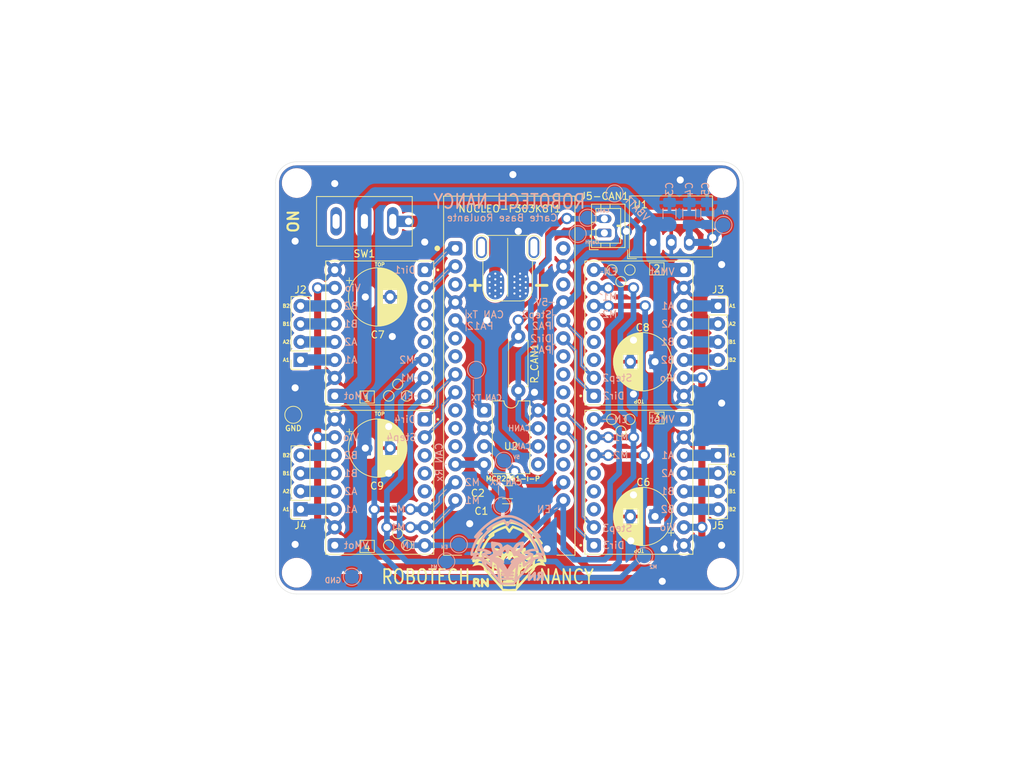
<source format=kicad_pcb>
(kicad_pcb (version 20211014) (generator pcbnew)
  (layers (0 "F.Cu" signal) (31 "B.Cu" signal) (34 "B.Paste" user) (35 "F.Paste" user) (36 "B.SilkS" user "B.Silkscreen") (37 "F.SilkS" user "F.Silkscreen") (38 "B.Mask" user) (39 "F.Mask" user) (44 "Edge.Cuts" user))
  (net 0 "")
  (net 1 "+BATT")
  (net 2 "GND")
  (net 3 "M2")
  (net 4 "M1")
  (net 5 "EN")
  (net 6 "CAN_Rx")
  (net 7 "CAN_Tx")
  (net 8 "+5V")
  (net 9 "Vio")
  (net 10 "Dir2")
  (net 11 "Dir1")
  (net 12 "Dir0")
  (net 13 "Stp3")
  (net 14 "Stp2")
  (net 15 "Stp1")
  (net 16 "Stp0")
  (net 17 "Dir3")
  (net 18 "Net-(J1-Pad1)")
  (net 19 "Net-(Driver1-Pad3)")
  (net 20 "Net-(Driver1-Pad4)")
  (net 21 "Net-(Driver1-Pad5)")
  (net 22 "Net-(Driver1-Pad6)")
  (net 23 "Net-(Driver2-Pad3)")
  (net 24 "Net-(Driver2-Pad4)")
  (net 25 "Net-(Driver2-Pad5)")
  (net 26 "Net-(Driver2-Pad6)")
  (net 27 "Net-(Driver3-Pad3)")
  (net 28 "Net-(Driver3-Pad5)")
  (net 29 "Net-(Driver4-Pad3)")
  (net 30 "Net-(Driver4-Pad4)")
  (net 31 "Net-(Driver4-Pad5)")
  (net 32 "Net-(Driver4-Pad6)")
  (net 54 "Net-(Driver3-Pad4)")
  (net 55 "Net-(Driver3-Pad6)")
  (net 62 "Net-(J5-CAN1-Pad1)")
  (net 63 "Net-(J5-CAN1-Pad2)")
  (footprint "NUCLEO-F303K8:MODULE_NUCLEO-F303K8" (layer "F.Cu") (at 111.2515 93.726)
    (fp_text reference "NUCLEO-F303K8T1")
    (fp_text value "NUCLEO-F303K8")
  )
  (footprint "Connector_PinSocket_2.54mm:PinSocket_1x04_P2.54mm_Vertical" (layer "F.Cu") (at 81.788 91.694 180)
    (fp_text reference "J2")
    (fp_text value "Conn_01x04_Female")
  )
  (footprint "Connector_PinSocket_2.54mm:PinSocket_1x04_P2.54mm_Vertical" (layer "F.Cu") (at 140.716 84.074)
    (fp_text reference "J3")
    (fp_text value "Conn_01x04_Female")
  )
  (footprint "Connector_PinSocket_2.54mm:PinSocket_1x04_P2.54mm_Vertical" (layer "F.Cu") (at 140.716 105.156)
    (fp_text reference "J5")
    (fp_text value "Conn_01x04_Female")
  )
  (footprint "Connector_PinSocket_2.54mm:PinSocket_1x04_P2.54mm_Vertical" (layer "F.Cu") (at 81.788 112.776 180)
    (fp_text reference "J4")
    (fp_text value "Conn_01x04_Female")
  )
  (footprint "Autre:MODULE_TMC2208_SILENTSTEPSTICK" (layer "F.Cu") (at 92.964 87.884)
    (fp_text reference "Driver1" hide)
    (fp_text value "TMC2208")
  )
  (footprint "Autre:MODULE_TMC2208_SILENTSTEPSTICK" (layer "F.Cu") (at 129.54 87.884 180)
    (fp_text reference "Driver2" hide)
    (fp_text value "TMC2208")
  )
  (footprint "Autre:MODULE_TMC2208_SILENTSTEPSTICK" (layer "F.Cu") (at 129.54 108.966 180)
    (fp_text reference "Driver4" hide)
    (fp_text value "TMC2208")
  )
  (footprint "Autre:MODULE_TMC2208_SILENTSTEPSTICK" (layer "F.Cu") (at 92.964 108.966)
    (fp_text reference "Driver3" hide)
    (fp_text value "TMC2208")
  )
  (footprint "Converter_DCDC:Converter_DCDC_RECOM_R-78E-0.5_THT" (layer "F.Cu") (at 131.5715 75.1055)
    (fp_text reference "U1")
    (fp_text value "R-78E5.0-0.5")
  )
  (footprint "Connecteurs:Switch_3_Pin" (layer "F.Cu") (at 90.8045 72.136 180)
    (fp_text reference "SW1")
    (fp_text value "SW_Push_SPDT")
  )
  (footprint "Connecteurs:Alim_Cablée_2_fils" (layer "F.Cu") (at 111.0255 81.115301)
    (fp_text reference "J1" hide)
    (fp_text value "Conn_01x04_Male")
  )
  (footprint "MountingHole:MountingHole_2.2mm_M2_ISO7380" (layer "F.Cu") (at 81.2515 66.726)
    (fp_text reference "H2" hide)
    (fp_text value "MountingHole")
  )
  (footprint "MountingHole:MountingHole_2.2mm_M2_ISO7380" (layer "F.Cu") (at 141.2515 66.726)
    (fp_text reference "H1" hide)
    (fp_text value "MountingHole")
  )
  (footprint "MountingHole:MountingHole_2.2mm_M2_ISO7380" (layer "F.Cu") (at 141.2515 121.726)
    (fp_text reference "H4" hide)
    (fp_text value "MountingHole")
  )
  (footprint "MountingHole:MountingHole_2.2mm_M2_ISO7380" (layer "F.Cu") (at 81.2515 121.726)
    (fp_text reference "H3" hide)
    (fp_text value "MountingHole")
  )
  (footprint "Logos:logoRobotechNancy10x10" (layer "F.Cu") (at 111.2515 119.253)
    (fp_text reference "G***" hide)
    (fp_text value "LOGO" hide)
  )
  (footprint "Resistor_THT:R_Axial_DIN0207_L6.3mm_D2.5mm_P7.62mm_Horizontal" (layer "F.Cu") (at 112.5215 96.012 90)
    (fp_text reference "R_CAN1")
    (fp_text value "R")
  )
  (footprint "Capacitor_THT:CP_Radial_D8.0mm_P3.50mm" (layer "F.Cu") (at 131.8255 91.948 180)
    (fp_text reference "C8")
    (fp_text value "220 à 1000 µF")
  )
  (footprint "Capacitor_THT:CP_Radial_D8.0mm_P3.50mm" (layer "F.Cu") (at 131.8255 113.792 180)
    (fp_text reference "C6")
    (fp_text value "220 à 1000 µF")
  )
  (footprint "Capacitor_THT:CP_Radial_D8.0mm_P3.50mm" (layer "F.Cu") (at 90.9315 104.14)
    (fp_text reference "C9")
    (fp_text value "220 à 1000 µF")
  )
  (footprint "TestPoint:TestPoint_Pad_D2.0mm" (layer "F.Cu") (at 80.7715 99.441)
    (fp_text reference "TP11" hide)
    (fp_text value "TestPoint")
  )
  (footprint "Capacitor_SMD:C_1206_3216Metric_Pad1.33x1.80mm_HandSolder" (layer "F.Cu") (at 110.9975 110.363 180)
    (fp_text reference "C2")
    (fp_text value "100pF")
  )
  (footprint "Connector_JST:JST_PH_B2B-PH-K_1x02_P2.00mm_Vertical" (layer "F.Cu") (at 124.6715 73.771 90)
    (fp_text reference "J5-CAN1")
    (fp_text value "Conn_01x02_Female")
  )
  (footprint "Capacitor_THT:CP_Radial_D8.0mm_P3.50mm" (layer "F.Cu") (at 90.9315 82.804)
    (fp_text reference "C7")
    (fp_text value "220 à 1000 µF")
  )
  (footprint "Package_DIP:DIP-8_W7.62mm" (layer "F.Cu") (at 107.6955 98.806)
    (fp_text reference "U2")
    (fp_text value "MCP2551-I-P")
  )
  (footprint "Capacitor_SMD:C_1206_3216Metric_Pad1.33x1.80mm_HandSolder" (layer "F.Cu") (at 110.9975 112.903 180)
    (fp_text reference "C1")
    (fp_text value "100nF")
  )
  (footprint "Logos:logoRobotechNancy10x10" (layer "B.Cu") (at 110.9975 118.364 180)
    (fp_text reference "G***" hide)
    (fp_text value "LOGO" hide)
  )
  (footprint "TestPoint:TestPoint_Pad_D2.0mm" (layer "B.Cu") (at 106.5525 93.091 180)
    (fp_text reference "TP5" hide)
    (fp_text value "TestPoint")
  )
  (footprint "TestPoint:TestPoint_Pad_D2.0mm" (layer "B.Cu") (at 104.1395 117.729 180)
    (fp_text reference "TP9" hide)
    (fp_text value "TestPoint")
  )
  (footprint "TestPoint:TestPoint_Pad_D2.0mm" (layer "B.Cu") (at 130.3015 119.38 180)
    (fp_text reference "TP7" hide)
    (fp_text value "TestPoint")
  )
  (footprint "Capacitor_SMD:C_1206_3216Metric_Pad1.33x1.80mm_HandSolder" (layer "B.Cu") (at 136.6515 71.0315 90)
    (fp_text reference "C4")
    (fp_text value "10u")
  )
  (footprint "TestPoint:TestPoint_Pad_D2.0mm" (layer "B.Cu") (at 102.3615 120.142 180)
    (fp_text reference "TP8" hide)
    (fp_text value "TestPoint")
  )
  (footprint "Capacitor_SMD:C_1206_3216Metric_Pad1.33x1.80mm_HandSolder" (layer "B.Cu") (at 139.1915 71.0315 90)
    (fp_text reference "C5")
    (fp_text value "100n")
  )
  (footprint "TestPoint:TestPoint_Pad_D2.0mm" (layer "B.Cu") (at 110.4895 105.918 180)
    (fp_text reference "REF**" hide)
    (fp_text value "TestPoint_Pad_D2.0mm")
  )
  (footprint "TestPoint:TestPoint_Pad_D2.0mm" (layer "B.Cu") (at 89.0265 122.301 180)
    (fp_text reference "TP10" hide)
    (fp_text value "TestPoint")
  )
  (footprint "TestPoint:TestPoint_Pad_D2.0mm" (layer "B.Cu") (at 126.1105 68.199 180)
    (fp_text reference "TP2" hide)
    (fp_text value "TestPoint")
  )
  (footprint "TestPoint:TestPoint_Pad_D2.0mm" (layer "B.Cu") (at 141.4775 72.644 180)
    (fp_text reference "TP1" hide)
    (fp_text value "TestPoint")
  )
  (footprint "TestPoint:TestPoint_Pad_D2.0mm" (layer "B.Cu") (at 120.9035 73.914 -90)
    (fp_text reference "TP3" hide)
    (fp_text value "TestPoint")
  )
  (footprint "TestPoint:TestPoint_Pad_D2.0mm" (layer "B.Cu") (at 110.2355 112.268 180)
    (fp_text reference "TP6" hide)
    (fp_text value "TestPoint")
  )
  (footprint "TestPoint:TestPoint_Pad_D2.0mm" (layer "B.Cu") (at 122.3005 71.628 -90)
    (fp_text reference "TP4" hide)
    (fp_text value "TestPoint")
  )
  (footprint "Capacitor_SMD:C_1206_3216Metric_Pad1.33x1.80mm_HandSolder" (layer "B.Cu") (at 133.8575 71.0315 90)
    (fp_text reference "C3")
    (fp_text value "10u")
  )
  (gr_line (start 98.18456 94.232537) (end 97.8403 94.234) (layer "B.SilkS") (width 0.12))
  (gr_line (start 98.170212 96.7721) (end 97.7895 96.774) (layer "B.SilkS") (width 0.12))
  (gr_line (start 121.6655 101.473) (end 121.6655 113.792) (layer "B.SilkS") (width 0.12))
  (gr_line (start 101.0915 96.266) (end 102.6155 94.742) (layer "B.SilkS") (width 0.12))
  (gr_line (start 121.4115 88.646) (end 119.8875 87.122) (layer "B.SilkS") (width 0.12))
  (gr_line (start 119.8875 89.662) (end 120.6495 90.424) (layer "B.SilkS") (width 0.12))
  (gr_line (start 106.1715 97.663) (end 106.5525 98.044) (layer "B.SilkS") (width 0.12))
  (gr_line (start 105.1555 84.6074) (end 105.1555 87.6046) (layer "B.SilkS") (width 0.12))
  (gr_line (start 121.6655 113.792) (end 122.1735 114.3) (layer "B.SilkS") (width 0.12))
  (gr_line (start 102.3615 109.982) (end 101.3455 110.998) (layer "B.SilkS") (width 0.12))
  (gr_line (start 109.7275 110.744) (end 109.7275 109.474) (layer "B.SilkS") (width 0.12))
  (gr_line (start 109.2195 108.204) (end 108.2035 107.442) (layer "B.SilkS") (width 0.12))
  (gr_line (start 117.3475 88.0364) (end 117.3475 90.932) (layer "B.SilkS") (width 0.12))
  (gr_line (start 100.3295 101.6) (end 101.8535 100.076) (layer "B.SilkS") (width 0.12))
  (gr_line (start 102.1075 106.426) (end 102.3615 106.426) (layer "B.SilkS") (width 0.12))
  (gr_line (start 102.8695 112.776) (end 100.8375 114.808) (layer "B.SilkS") (width 0.12))
  (gr_line (start 119.8875 99.695) (end 121.6655 101.473) (layer "B.SilkS") (width 0.12))
  (gr_line (start 125.9835 105.156) (end 124.4595 105.156) (layer "B.SilkS") (width 0.12))
  (gr_line (start 120.6495 115.316) (end 120.6495 103.251) (layer "B.SilkS") (width 0.12))
  (gr_line (start 122.1735 93.218) (end 121.4115 92.456) (layer "B.SilkS") (width 0.12))
  (gr_line (start 116.8395 83.566) (end 117.6015 83.566) (layer "B.SilkS") (width 0.12))
  (gr_line (start 124.4595 79.248) (end 124.2309 79.248) (layer "B.SilkS") (width 0.12))
  (gr_line (start 101.8535 100.076) (end 101.8535 98.044) (layer "B.SilkS") (width 0.12))
  (gr_line (start 120.6495 90.424) (end 120.6495 94.234) (layer "B.SilkS") (width 0.12))
  (gr_line (start 106.1715 94.488) (end 106.1715 96.266) (layer "B.SilkS") (width 0.12))
  (gr_line (start 120.6495 103.251) (end 119.8875 102.362) (layer "B.SilkS") (width 0.12))
  (gr_line (start 101.3455 111.76) (end 100.5835 112.522) (layer "B.SilkS") (width 0.12))
  (gr_line (start 101.8535 98.044) (end 102.6155 97.282) (layer "B.SilkS") (width 0.12))
  (gr_line (start 121.4115 92.456) (end 121.4115 88.646) (layer "B.SilkS") (width 0.12))
  (gr_line (start 98.0435 91.694) (end 97.7895 91.694) (layer "B.SilkS") (width 0.12))
  (gr_line (start 117.3475 87.2744) (end 117.3475 84.5312) (layer "B.SilkS") (width 0.12))
  (gr_line (start 101.3455 110.998) (end 101.3455 111.76) (layer "B.SilkS") (width 0.12))
  (gr_line (start 117.3475 85.344) (end 117.8555 85.344) (layer "B.SilkS") (width 0.12))
  (gr_line (start 102.6155 78.994) (end 100.5835 81.026) (layer "B.SilkS") (width 0.12))
  (gr_line (start 125.9835 102.616) (end 124.4595 102.616) (layer "B.SilkS") (width 0.12))
  (gr_line (start 102.3615 76.454) (end 100.5835 78.232) (layer "B.SilkS") (width 0.12))
  (gr_line (start 124.4595 85.344) (end 123.9515 85.09) (layer "B.SilkS") (width 0.12))
  (gr_line (start 125.9835 100.076) (end 124.4595 100.076) (layer "B.SilkS") (width 0.12))
  (gr_line (start 121.9195 116.586) (end 120.6495 115.316) (layer "B.SilkS") (width 0.12))
  (gr_line (start 124.3579 82.4992) (end 124.0023 82.296) (layer "B.SilkS") (width 0.12))
  (gr_line (start 100.3295 99.06) (end 101.0915 98.298) (layer "B.SilkS") (width 0.12))
  (gr_line (start 101.0915 98.298) (end 101.0915 96.266) (layer "B.SilkS") (width 0.12))
  (gr_line (start 120.6495 94.234) (end 122.1735 95.758) (layer "B.SilkS") (width 0.12))
  (gr_line (start 117.3475 89.4842) (end 117.8047 89.4842) (layer "B.SilkS") (width 0.12))
  (gr_line (start 118.0079 112.5728) (end 117.6015 112.776) (layer "B.SilkS") (width 0.12))
  (gr_line (start 133.0955 100.711) (end 133.0955 99.06) (layer "F.SilkS") (width 0.12))
  (gr_line (start 131.0635 99.06) (end 133.0955 99.06) (layer "F.SilkS") (width 0.12))
  (gr_line (start 90.1695 96.0755) (end 90.1695 97.79) (layer "F.SilkS") (width 0.12))
  (gr_line (start 90.1695 117.1575) (end 92.2015 117.1575) (layer "F.SilkS") (width 0.12))
  (gr_line (start 92.2015 97.79) (end 92.2015 96.0755) (layer "F.SilkS") (width 0.12))
  (gr_line (start 131.0635 100.711) (end 133.0955 100.711) (layer "F.SilkS") (width 0.12))
  (gr_line (start 90.1695 117.1575) (end 90.1695 118.872) (layer "F.SilkS") (width 0.12))
  (gr_line (start 90.1695 96.0755) (end 92.2015 96.0755) (layer "F.SilkS") (width 0.12))
  (gr_line (start 131.0635 77.978) (end 131.0635 79.6925) (layer "F.SilkS") (width 0.12))
  (gr_line (start 92.2015 118.872) (end 90.1695 118.872) (layer "F.SilkS") (width 0.12))
  (gr_line (start 131.0635 99.06) (end 131.0635 100.711) (layer "F.SilkS") (width 0.12))
  (gr_line (start 133.0955 79.6925) (end 133.0955 77.978) (layer "F.SilkS") (width 0.12))
  (gr_line (start 131.0635 77.978) (end 133.0955 77.978) (layer "F.SilkS") (width 0.12))
  (gr_line (start 131.0635 79.6925) (end 133.0955 79.6925) (layer "F.SilkS") (width 0.12))
  (gr_line (start 92.2015 118.872) (end 92.2015 117.1575) (layer "F.SilkS") (width 0.12))
  (gr_line (start 92.2015 97.79) (end 90.1695 97.79) (layer "F.SilkS") (width 0.12))
  (gr_line (start 78.2515 121.726) (end 78.2515 66.726) (layer "Edge.Cuts") (width 0.05))
  (gr_line (start 81.2515 124.726) (end 141.2515 124.726) (layer "Edge.Cuts") (width 0.05))
  (gr_line (start 144.2515 121.726) (end 144.2515 66.726) (layer "Edge.Cuts") (width 0.05))
  (gr_line (start 141.2515 63.726) (end 81.2515 63.726) (layer "Edge.Cuts") (width 0.05))
  (gr_arc (start 81.2515 124.726) (mid 79.13018 123.84732) (end 78.2515 121.726) (layer "Edge.Cuts") (width 0.05))
  (gr_arc (start 141.2515 63.726) (mid 143.37282 64.60468) (end 144.2515 66.726) (layer "Edge.Cuts") (width 0.05))
  (gr_arc (start 78.2515 66.726) (mid 79.13018 64.60468) (end 81.2515 63.726) (layer "Edge.Cuts") (width 0.05))
  (gr_arc (start 144.2515 121.726) (mid 143.37282 123.84732) (end 141.2515 124.726) (layer "Edge.Cuts") (width 0.05))
  (gr_text "B1" (at 133.6035 110.236) (layer "B.SilkS") (effects (font (size 1 1)) (justify mirror)))
  (gr_text "A1\n" (at 133.6035 105.156) (layer "B.SilkS") (effects (font (size 1 1)) (justify mirror)))
  (gr_text "A2" (at 133.6035 107.696) (layer "B.SilkS") (effects (font (size 1 1)) (justify mirror)))
  (gr_text "B2" (at 133.6035 112.776) (layer "B.SilkS") (effects (font (size 1 1)) (justify mirror)))
  (gr_text "A2" (at 88.8995 110.236) (layer "B.SilkS") (effects (font (size 1 1)) (justify mirror)))
  (gr_text "B2" (at 88.8995 105.156) (layer "B.SilkS") (effects (font (size 1 1)) (justify mirror)))
  (gr_text "B1" (at 88.8995 107.696) (layer "B.SilkS") (effects (font (size 1 1)) (justify mirror)))
  (gr_text "A1\n" (at 88.8995 112.776) (layer "B.SilkS") (effects (font (size 1 1)) (justify mirror)))
  (gr_text "A2" (at 88.8995 89.154) (layer "B.SilkS") (effects (font (size 1 1)) (justify mirror)))
  (gr_text "A1\n" (at 88.8995 91.694) (layer "B.SilkS") (effects (font (size 1 1)) (justify mirror)))
  (gr_text "B1" (at 88.8995 86.614) (layer "B.SilkS") (effects (font (size 1 1)) (justify mirror)))
  (gr_text "B2" (at 88.8995 84.074) (layer "B.SilkS") (effects (font (size 1 1)) (justify mirror)))
  (gr_text "M2" (at 95.5035 112.776) (layer "B.SilkS") (effects (font (size 1 1)) (justify mirror)))
  (gr_text "M1" (at 95.5035 115.316) (layer "B.SilkS") (effects (font (size 1 1)) (justify mirror)))
  (gr_text "EN" (at 97.0275 117.856) (layer "B.SilkS") (effects (font (size 1 1)) (justify mirror)))
  (gr_text "Vio" (at 89.1535 81.534) (layer "B.SilkS") (effects (font (size 1 1)) (justify mirror)))
  (gr_text "Vio" (at 133.6035 94.234) (layer "B.SilkS") (effects (font (size 1 1)) (justify mirror)))
  (gr_text "Vio" (at 133.6035 115.316) (layer "B.SilkS") (effects (font (size 1 1)) (justify mirror)))
  (gr_text "M2" (at 126.9995 105.156) (layer "B.SilkS") (effects (font (size 1 1)) (justify mirror)))
  (gr_text "M1" (at 126.9995 102.616) (layer "B.SilkS") (effects (font (size 1 1)) (justify mirror)))
  (gr_text "EN" (at 126.9995 100.076) (layer "B.SilkS") (effects (font (size 1 1)) (justify mirror)))
  (gr_text "M1" (at 125.4247 82.804) (layer "B.SilkS") (effects (font (size 1 1)) (justify mirror)))
  (gr_text "EN" (at 125.5263 79.248) (layer "B.SilkS") (effects (font (size 1 1)) (justify mirror)))
  (gr_text "M2" (at 125.4247 85.2424) (layer "B.SilkS") (effects (font (size 1 1)) (justify mirror)))
  (gr_text "VMot" (at 132.8415 100.076) (layer "B.SilkS") (effects (font (size 1 1)) (justify mirror)))
  (gr_text "VMot" (at 89.6615 117.856) (layer "B.SilkS") (effects (font (size 1 1)) (justify mirror)))
  (gr_text "VMot" (at 89.6615 96.774) (layer "B.SilkS") (effects (font (size 1 1)) (justify mirror)))
  (gr_text "Dir4" (at 96.5195 100.076) (layer "B.SilkS") (effects (font (size 1 1)) (justify mirror)))
  (gr_text "EN" (at 102.1075 118.11) (layer "B.SilkS") (effects (font (size 0.5 0.5) (thickness 0.125)) (justify mirror)))
  (gr_text "Step3" (at 126.4915 115.443) (layer "B.SilkS") (effects (font (size 1 1)) (justify mirror)))
  (gr_text "CAN TX" (at 105.7905 97.028) (layer "B.SilkS") (effects (font (size 0.8 0.8)) (justify right mirror)))
  (gr_text "5V" (at 141.7315 70.866) (layer "B.SilkS") (effects (font (size 0.5 0.5) (thickness 0.125)) (justify mirror)))
  (gr_text "M1" (at 100.5835 120.904) (layer "B.SilkS") (effects (font (size 0.5 0.5) (thickness 0.125)) (justify mirror)))
  (gr_text "Dir2\nPA7" (at 117.3475 89.4842) (layer "B.SilkS") (effects (font (size 1 1)) (justify left mirror)))
  (gr_text "B1" (at 133.6035 89.154) (layer "B.SilkS") (effects (font (size 1 1)) (justify mirror)))
  (gr_text "B2" (at 133.6035 91.694) (layer "B.SilkS") (effects (font (size 1 1)) (justify mirror)))
  (gr_text "5V" (at 116.8395 83.566) (layer "B.SilkS") (effects (font (size 1 1)) (justify left mirror)))
  (gr_text "EN" (at 96.7735 96.774) (layer "B.SilkS") (effects (font (size 1 1)) (justify mirror)))
  (gr_text "ROBOTECH NANCY" (at 111.2515 69.342) (layer "B.SilkS") (effects (font (size 2 1.6) (thickness 0.25)) (justify mirror)))
  (gr_text "CanH" (at 122.9355 75.057) (layer "B.SilkS") (effects (font (size 0.5 0.5) (thickness 0.125)) (justify mirror)))
  (gr_text "5V" (at 112.2675 105.41) (layer "B.SilkS") (effects (font (size 0.5 0.5) (thickness 0.125)) (justify mirror)))
  (gr_text "Dir1" (at 96.5195 78.994) (layer "B.SilkS") (effects (font (size 1 1)) (justify mirror)))
  (gr_text "Step4" (at 96.0115 102.616) (layer "B.SilkS") (effects (font (size 1 1)) (justify mirror)))
  (gr_text "M1" (at 104.9015 111.506) (layer "B.SilkS") (effects (font (size 1 1)) (justify right mirror)))
  (gr_text "M2" (at 104.9015 108.966) (layer "B.SilkS") (effects (font (size 1 1)) (justify right mirror)))
  (gr_text "EN" (at 115.0615 112.776) (layer "B.SilkS") (effects (font (size 1 1)) (justify right mirror)))
  (gr_text "Vio" (at 88.8995 102.616) (layer "B.SilkS") (effects (font (size 1 1)) (justify mirror)))
  (gr_text "Step2\n" (at 126.4915 94.234) (layer "B.SilkS") (effects (font (size 1 1)) (justify mirror)))
  (gr_text "A1\n" (at 133.6035 84.074) (layer "B.SilkS") (effects (font (size 1 1)) (justify mirror)))
  (gr_text "M2" (at 131.5715 120.904) (layer "B.SilkS") (effects (font (size 0.5 0.5) (thickness 0.125)) (justify mirror)))
  (gr_text "VMot" (at 132.8415 79.248) (layer "B.SilkS") (effects (font (size 1 1)) (justify mirror)))
  (gr_text "CanL" (at 124.4595 70.612) (layer "B.SilkS") (effects (font (size 0.5 0.5) (thickness 0.125)) (justify mirror)))
  (gr_text "CANH" (at 110.9975 101.346) (layer "B.SilkS") (effects (font (size 0.8 0.8)) (justify right mirror)))
  (gr_text "Dir3" (at 125.9835 117.856) (layer "B.SilkS") (effects (font (size 1 1)) (justify mirror)))
  (gr_text "M2" (at 96.7735 91.694) (layer "B.SilkS") (effects (font (size 1 1)) (justify mirror)))
  (gr_text "Carte Base Roulante" (at 110.2355 71.628) (layer "B.SilkS") (effects (font (size 1 1)) (justify mirror)))
  (gr_text "CAN Tx\nPA12" (at 105.1555 86.106) (layer "B.SilkS") (effects (font (size 1 1)) (justify right mirror)))
  (gr_text "CAN RX" (at 108.4575 108.966) (layer "B.SilkS") (effects (font (size 0.8 0.8)) (justify right mirror)))
  (gr_text "Step2\nPA2" (at 117.3475 86.106) (layer "B.SilkS") (effects (font (size 1 1)) (justify left mirror)))
  (gr_text "Dir2\n" (at 125.9835 96.774) (layer "B.SilkS") (effects (font (size 1 1)) (justify mirror)))
  (gr_text "CANL" (at 111.2515 103.886) (layer "B.SilkS") (effects (font (size 0.8 0.8)) (justify right mirror)))
  (gr_text "M1" (at 96.7735 94.234) (layer "B.SilkS") (effects (font (size 1 1)) (justify mirror)))
  (gr_text "GND\n" (at 86.3595 122.809) (layer "B.SilkS") (effects (font (size 0.75 0.75)) (justify mirror)))
  (gr_text "CAN_Rx" (at 101.3455 108.966 90) (layer "B.SilkS") (effects (font (size 1 1)) (justify right mirror)))
  (gr_text "VBATT" (at 129.2855 70.358 -45) (layer "B.SilkS") (effects (font (size 1 1)) (justify mirror)))
  (gr_text "A2" (at 133.6035 86.614) (layer "B.SilkS") (effects (font (size 1 1)) (justify mirror)))
  (gr_text "B1" (at 142.7515 89.154) (layer "F.SilkS") (effects (font (size 0.5 0.5) (thickness 0.125))))
  (gr_text "B2" (at 142.7515 91.694) (layer "F.SilkS") (effects (font (size 0.5 0.5) (thickness 0.125))))
  (gr_text "A1" (at 142.7475 84.074) (layer "F.SilkS") (effects (font (size 0.5 0.5) (thickness 0.125))))
  (gr_text "A2" (at 142.7475 86.614) (layer "F.SilkS") (effects (font (size 0.5 0.5) (thickness 0.125))))
  (gr_text "B2" (at 142.7515 112.776) (layer "F.SilkS") (effects (font (size 0.5 0.5) (thickness 0.125))))
  (gr_text "A1" (at 142.7475 105.156) (layer "F.SilkS") (effects (font (size 0.5 0.5) (thickness 0.125))))
  (gr_text "B1" (at 142.7515 110.236) (layer "F.SilkS") (effects (font (size 0.5 0.5) (thickness 0.125))))
  (gr_text "A2" (at 142.7475 107.696) (layer "F.SilkS") (effects (font (size 0.5 0.5) (thickness 0.125))))
  (gr_text "A2" (at 79.7555 110.236) (layer "F.SilkS") (effects (font (size 0.5 0.5) (thickness 0.125))))
  (gr_text "A1" (at 79.7555 112.776) (layer "F.SilkS") (effects (font (size 0.5 0.5) (thickness 0.125))))
  (gr_text "B1" (at 79.7555 107.696) (layer "F.SilkS") (effects (font (size 0.5 0.5) (thickness 0.125))))
  (gr_text "B2" (at 79.7555 105.156) (layer "F.SilkS") (effects (font (size 0.5 0.5) (thickness 0.125))))
  (gr_text "A1" (at 79.7555 91.694) (layer "F.SilkS") (effects (font (size 0.5 0.5) (thickness 0.125))))
  (gr_text "B1" (at 79.7555 86.614) (layer "F.SilkS") (effects (font (size 0.5 0.5) (thickness 0.125))))
  (gr_text "A2" (at 79.7555 89.154) (layer "F.SilkS") (effects (font (size 0.5 0.5) (thickness 0.125))))
  (gr_text "B2" (at 79.7555 84.074) (layer "F.SilkS") (effects (font (size 0.5 0.5) (thickness 0.125))))
  (gr_text "2" (at 132.0795 78.8035) (layer "F.SilkS") (effects (font (size 1 1))))
  (gr_text "+" (at 106.4255 81.026) (layer "F.SilkS") (effects (font (size 2 2) (thickness 0.4))))
  (gr_text "-" (at 115.8235 81.026) (layer "F.SilkS") (effects (font (size 2 2) (thickness 0.4))))
  (gr_text "3" (at 132.0795 99.822) (layer "F.SilkS") (effects (font (size 1 1))))
  (gr_text "4" (at 91.1855 118.1735) (layer "F.SilkS") (effects (font (size 1 1))))
  (gr_text "1" (at 91.1855 97.0915) (layer "F.SilkS") (effects (font (size 1 1))))
  (gr_text "GND\n" (at 80.7715 101.346) (layer "F.SilkS") (effects (font (size 0.75 0.75))))
  (gr_text "ON" (at 80.7715 72.136 90) (layer "F.SilkS") (effects (font (size 1.5 1.5) (thickness 0.3))))
  (gr_text "ROBOTECH        NANCY" (at 108.2035 122.301) (layer "F.SilkS") (effects (font (size 2 1.6) (thickness 0.25))))
  (segment (start 132.5875 79.756) (end 132.5875 91.186) (width 2) (layer "B.Cu") (net 1))
  (segment (start 132.5875 113.03) (end 131.8255 113.792) (width 2) (layer "B.Cu") (net 1))
  (segment (start 133.3495 78.994) (end 132.5875 79.756) (width 2) (layer "B.Cu") (net 1))
  (segment (start 90.8045 94.488) (end 88.5185 96.774) (width 2) (layer "B.Cu") (net 1))
  (segment (start 133.9845 100.076) (end 132.5875 101.473) (width 2) (layer "B.Cu") (net 1))
  (segment (start 131.5715 72.517) (end 131.5715 75.438) (width 2) (layer "B.Cu") (net 1))
  (segment (start 90.8045 72.136) (end 90.8045 69.85) (width 2) (layer "B.Cu") (net 1))
  (segment (start 88.6455 96.774) (end 90.8045 98.933) (width 2) (layer "B.Cu") (net 1))
  (segment (start 131.8255 91.948) (end 132.5875 92.71) (width 2) (layer "B.Cu") (net 1))
  (segment (start 131.5715 72.517) (end 133.7805 72.517) (width 2) (layer "B.Cu") (net 1))
  (segment (start 90.8045 98.933) (end 90.8045 104.013) (width 2) (layer "B.Cu") (net 1))
  (segment (start 132.5875 101.473) (end 132.5875 113.03) (width 2) (layer "B.Cu") (net 1))
  (segment (start 90.8045 72.136) (end 90.8045 94.488) (width 2) (layer "B.Cu") (net 1))
  (segment (start 133.7805 72.517) (end 133.8575 72.594) (width 2) (layer "B.Cu") (net 1))
  (segment (start 90.8045 104.013) (end 90.9315 104.14) (width 2) (layer "B.Cu") (net 1))
  (segment (start 134.3655 100.076) (end 135.89 100.076) (width 2) (layer "B.Cu") (net 1))
  (segment (start 90.1695 104.902) (end 90.1695 116.332) (width 2) (layer "B.Cu") (net 1))
  (segment (start 135.89 100.076) (end 133.9845 100.076) (width 2) (layer "B.Cu") (net 1))
  (segment (start 127.3805 68.326) (end 131.5715 72.517) (width 2) (layer "B.Cu") (net 1))
  (segment (start 135.89 78.994) (end 133.3495 78.994) (width 2) (layer "B.Cu") (net 1))
  (segment (start 131.5715 77.216) (end 133.4765 79.121) (width 2) (layer "B.Cu") (net 1))
  (segment (start 92.3285 68.326) (end 127.3805 68.326) (width 2) (layer "B.Cu") (net 1))
  (segment (start 132.5875 98.298) (end 134.3655 100.076) (width 2) (layer "B.Cu") (net 1))
  (segment (start 88.5185 96.774) (end 86.614 96.774) (width 2) (layer "B.Cu") (net 1))
  (segment (start 90.8045 69.85) (end 92.3285 68.326) (width 2) (layer "B.Cu") (net 1))
  (segment (start 132.5875 92.71) (end 132.5875 98.298) (width 2) (layer "B.Cu") (net 1))
  (segment (start 90.9315 104.14) (end 90.1695 104.902) (width 2) (layer "B.Cu") (net 1))
  (segment (start 131.5715 75.438) (end 131.5715 77.216) (width 2) (layer "B.Cu") (net 1))
  (segment (start 132.5875 91.186) (end 131.8255 91.948) (width 2) (layer "B.Cu") (net 1))
  (segment (start 90.1695 116.332) (end 88.6455 117.856) (width 2) (layer "B.Cu") (net 1))
  (segment (start 88.6455 117.856) (end 86.614 117.856) (width 2) (layer "B.Cu") (net 1))
  (via (at 111.9755 82.315301) (size 0.4) (drill 0.3) (layers "F.Cu" "B.Cu") (net 2))
  (via (at 113.5755 80.715301) (size 0.4) (drill 0.3) (layers "F.Cu" "B.Cu") (net 2))
  (via (at 113.5755 79.915301) (size 0.4) (drill 0.3) (layers "F.Cu" "B.Cu") (net 2))
  (via (at 111.9755 81.515301) (size 0.4) (drill 0.3) (layers "F.Cu" "B.Cu") (net 2))
  (via (at 112.7755 80.315301) (size 0.4) (drill 0.3) (layers "F.Cu" "B.Cu") (net 2))
  (via (at 111.9755 80.715301) (size 0.4) (drill 0.3) (layers "F.Cu" "B.Cu") (net 2))
  (via (at 112.7755 79.515301) (size 0.4) (drill 0.3) (layers "F.Cu" "B.Cu") (net 2))
  (via (at 111.9755 79.915301) (size 0.4) (drill 0.3) (layers "F.Cu" "B.Cu") (net 2))
  (via (at 113.5755 81.515301) (size 0.4) (drill 0.3) (layers "F.Cu" "B.Cu") (net 2))
  (via (at 112.7755 81.915301) (size 0.4) (drill 0.3) (layers "F.Cu" "B.Cu") (net 2))
  (via (at 113.5755 82.315301) (size 0.4) (drill 0.3) (layers "F.Cu" "B.Cu") (net 2))
  (via (at 112.7755 82.715301) (size 0.4) (drill 0.3) (layers "F.Cu" "B.Cu") (net 2))
  (via (at 86.6135 66.802) (size 1.6) (drill 1) (layers "F.Cu" "B.Cu") (net 2))
  (via (at 108.0765 86.106) (size 1.6) (drill 1) (layers "F.Cu" "B.Cu") (net 2))
  (via (at 128.7775 96.52) (size 1.6) (drill 1) (layers "F.Cu" "B.Cu") (net 2))
  (via (at 81.0255 74.93) (size 1.6) (drill 1) (layers "F.Cu" "B.Cu") (net 2))
  (via (at 128.7775 88.9) (size 1.6) (drill 1) (layers "F.Cu" "B.Cu") (net 2))
  (via (at 141.2235 117.856) (size 1.6) (drill 1) (layers "F.Cu" "B.Cu") (net 2))
  (via (at 112.5215 73.533) (size 1.6) (drill 1) (layers "F.Cu" "B.Cu") (net 2))
  (via (at 114.8075 96.266) (size 1.6) (drill 1) (layers "F.Cu" "B.Cu") (net 2))
  (via (at 132.8415 122.936) (size 1.6) (drill 1) (layers "F.Cu" "B.Cu") (net 2))
  (via (at 128.7775 110.744) (size 1.6) (drill 1) (layers "F.Cu" "B.Cu") (net 2))
  (via (at 135.3815 66.294) (size 1.6) (drill 1) (layers "F.Cu" "B.Cu") (net 2))
  (via (at 81.0255 117.729) (size 1.6) (drill 1) (layers "F.Cu" "B.Cu") (net 2))
  (via (at 112.7755 81.115301) (size 0.4) (drill 0.3) (layers "F.Cu" "B.Cu") (net 2))
  (via (at 99.3135 75.057) (size 1.6) (drill 1) (layers "F.Cu" "B.Cu") (net 2))
  (via (at 105.6635 114.808) (size 1.6) (drill 1) (layers "F.Cu" "B.Cu") (net 2))
  (via (at 133.0955 118.364) (size 1.6) (drill 1) (layers "F.Cu" "B.Cu") (net 2))
  (via (at 141.2235 78.232) (size 1.6) (drill 1) (layers "F.Cu" "B.Cu") (net 2))
  (via (at 94.2335 107.696) (size 1.6) (drill 1) (layers "F.Cu" "B.Cu") (net 2))
  (via (at 94.2335 101.092) (size 1.6) (drill 1) (layers "F.Cu" "B.Cu") (net 2))
  (via (at 128.3965 117.221) (size 1.6) (drill 1) (layers "F.Cu" "B.Cu") (net 2))
  (via (at 94.7415 88.392) (size 1.6) (drill 1) (layers "F.Cu" "B.Cu") (net 2))
  (via (at 111.7595 65.532) (size 1.6) (drill 1) (layers "F.Cu" "B.Cu") (net 2))
  (via (at 81.0255 95.631) (size 1.6) (drill 1) (layers "F.Cu" "B.Cu") (net 2))
  (via (at 116.5855 118.364) (size 1.6) (drill 1) (layers "F.Cu" "B.Cu") (net 2))
  (via (at 141.2235 97.79) (size 1.6) (drill 1) (layers "F.Cu" "B.Cu") (net 2))
  (segment (start 94.2335 101.092) (end 94.2335 103.942) (width 1) (layer "B.Cu") (net 2))
  (segment (start 112.7755 80.315301) (end 112.7755 81.915301) (width 2.5) (layer "B.Cu") (net 2))
  (segment (start 128.7775 88.9) (end 128.3255 89.352) (width 1) (layer "B.Cu") (net 2))
  (segment (start 128.3255 89.352) (end 128.3255 91.948) (width 1) (layer "B.Cu") (net 2))
  (segment (start 129.0315 96.52) (end 128.3255 95.814) (width 1) (layer "B.Cu") (net 2))
  (segment (start 128.2695 113.848) (end 128.3255 113.792) (width 1) (layer "B.Cu") (net 2))
  (segment (start 94.2335 103.942) (end 94.4315 104.14) (width 1) (layer "B.Cu") (net 2))
  (segment (start 128.2695 111.252) (end 128.2695 113.736) (width 1) (layer "B.Cu") (net 2))
  (segment (start 128.2695 116.332) (end 128.2695 113.848) (width 1) (layer "B.Cu") (net 2))
  (segment (start 94.2335 107.696) (end 94.2335 104.338) (width 1) (layer "B.Cu") (net 2))
  (segment (start 128.7775 110.744) (end 128.2695 111.252) (width 1) (layer "B.Cu") (net 2))
  (segment (start 128.3255 95.814) (end 128.3255 91.948) (width 1) (layer "B.Cu") (net 2))
  (segment (start 128.2695 113.736) (end 128.3255 113.792) (width 1) (layer "B.Cu") (net 2))
  (segment (start 94.2335 104.338) (end 94.4315 104.14) (width 1) (layer "B.Cu") (net 2))
  (segment (start 125.2215 84.074) (end 130.4285 84.074) (width 0.8) (layer "F.Cu") (net 3))
  (segment (start 97.2815 112.776) (end 92.2015 112.776) (width 0.8) (layer "F.Cu") (net 3))
  (segment (start 130.3015 105.156) (end 125.2215 105.156) (width 0.8) (layer "F.Cu") (net 3))
  (via (at 92.2015 112.776) (size 1.6) (drill 1) (layers "F.Cu" "B.Cu") (net 3))
  (via (at 130.3015 105.156) (size 1.6) (drill 1) (layers "F.Cu" "B.Cu") (net 3))
  (via (at 125.2215 105.156) (size 1.6) (drill 1) (layers "F.Cu" "B.Cu") (net 3))
  (via (at 125.2215 84.074) (size 1.6) (drill 1) (layers "F.Cu" "B.Cu") (net 3))
  (via (at 97.2815 112.776) (size 1.6) (drill 1) (layers "F.Cu" "B.Cu") (net 3))
  (via (at 130.4285 84.074) (size 1.6) (drill 1) (layers "F.Cu" "B.Cu") (net 3))
  (segment (start 130.0475 90.424) (end 130.4285 90.043) (width 0.8) (layer "B.Cu") (net 3))
  (segment (start 130.3015 112.316978) (end 130.0475 112.570978) (width 0.8) (layer "B.Cu") (net 3))
  (segment (start 130.3015 97.229209) (end 130.431011 97.099698) (width 0.8) (layer "B.Cu") (net 3))
  (segment (start 100.20275 112.776) (end 99.314 112.776) (width 1) (layer "B.Cu") (net 3))
  (segment (start 130.3015 105.156) (end 130.3015 112.316978) (width 0.8) (layer "B.Cu") (net 3))
  (segment (start 130.4285 90.043) (end 130.4285 84.074) (width 0.8) (layer "B.Cu") (net 3))
  (segment (start 130.3015 105.156) (end 130.3015 97.229209) (width 0.8) (layer "B.Cu") (net 3))
  (segment (start 99.314 91.694) (end 98.2975 91.694) (width 0.8) (layer "B.Cu") (net 3))
  (segment (start 101.3455 110.998) (end 101.3455 111.63325) (width 1) (layer "B.Cu") (net 3))
  (segment (start 92.7095 106.68) (end 92.2015 107.188) (width 0.8) (layer "B.Cu") (net 3))
  (segment (start 130.0475 93.472) (end 130.0475 90.424) (width 0.8) (layer "B.Cu") (net 3))
  (segment (start 123.19 105.156) (end 125.2215 105.156) (width 0.8) (layer "B.Cu") (net 3))
  (segment (start 99.314 112.776) (end 97.2815 112.776) (width 0.8) (layer "B.Cu") (net 3))
  (segment (start 130.431011 93.855511) (end 130.0475 93.472) (width 0.8) (layer "B.Cu") (net 3))
  (segment (start 130.431011 97.099698) (end 130.431011 93.855511) (width 0.8) (layer "B.Cu") (net 3))
  (segment (start 96.5195 122.428) (end 92.2015 118.11) (width 0.8) (layer "B.Cu") (net 3))
  (segment (start 98.2975 91.694) (end 92.7095 97.282) (width 0.8) (layer "B.Cu") (net 3))
  (segment (start 92.2015 107.188) (end 92.2015 112.776) (width 0.8) (layer "B.Cu") (net 3))
  (segment (start 130.0475 112.570978) (end 130.0475 119.38) (width 0.8) (layer "B.Cu") (net 3))
  (segment (start 130.0475 119.38) (end 126.9995 122.428) (width 0.8) (layer "B.Cu") (net 3))
  (segment (start 126.9995 122.428) (end 96.5195 122.428) (width 0.8) (layer "B.Cu") (net 3))
  (segment (start 103.6315 108.966) (end 103.3775 108.966) (width 1) (layer "B.Cu") (net 3))
  (segment (start 92.2015 118.11) (end 92.2015 112.776) (width 0.8) (layer "B.Cu") (net 3))
  (segment (start 123.19 84.074) (end 125.2215 84.074) (width 0.8) (layer "B.Cu") (net 3))
  (segment (start 101.3455 111.63325) (end 100.20275 112.776) (width 1) (layer "B.Cu") (net 3))
  (segment (start 103.3775 108.966) (end 101.3455 110.998) (width 1) (layer "B.Cu") (net 3))
  (segment (start 92.7095 97.282) (end 92.7095 106.68) (width 0.8) (layer "B.Cu") (net 3))
  (segment (start 128.7775 81.534) (end 125.2215 81.534) (width 0.8) (layer "F.Cu") (net 4))
  (segment (start 128.7775 102.616) (end 125.2215 102.616) (width 0.8) (layer "F.Cu") (net 4))
  (segment (start 93.9795 115.316) (end 97.2815 115.316) (width 0.8) (layer "F.Cu") (net 4))
  (via (at 93.9795 115.316) (size 1.6) (drill 1) (layers "F.Cu" "B.Cu") (net 4))
  (via (at 97.2815 115.316) (size 1.6) (drill 1) (layers "F.Cu" "B.Cu") (net 4))
  (via (at 128.7775 81.534) (size 1.6) (drill 1) (layers "F.Cu" "B.Cu") (net 4))
  (via (at 125.2215 102.616) (size 1.6) (drill 1) (layers "F.Cu" "B.Cu") (net 4))
  (via (at 128.7775 102.616) (size 1.6) (drill 1) (layers "F.Cu" "B.Cu") (net 4))
  (via (at 125.2215 81.534) (size 1.6) (drill 1) (layers "F.Cu" "B.Cu") (net 4))
  (segment (start 93.9795 115.316) (end 93.9795 117.348) (width 0.8) (layer "B.Cu") (net 4))
  (segment (start 126.7455 110.236) (end 128.7775 108.204) (width 0.8) (layer "B.Cu") (net 4))
  (segment (start 93.9795 117.348) (end 96.7735 120.142) (width 0.8) (layer "B.Cu") (net 4))
  (segment (start 99.314 115.316) (end 97.2815 115.316) (width 0.8) (layer "B.Cu") (net 4))
  (segment (start 128.7775 85.852) (end 128.7775 81.534) (width 0.8) (layer "B.Cu") (net 4))
  (segment (start 96.7735 120.142) (end 117.8555 120.142) (width 0.8) (layer "B.Cu") (net 4))
  (segment (start 117.8555 120.142) (end 118.8715 121.158) (width 0.8) (layer "B.Cu") (net 4))
  (segment (start 100.3295 115.316) (end 99.314 115.316) (width 0.8) (layer "B.Cu") (net 4))
  (segment (start 128.7775 108.204) (end 128.7775 102.616) (width 0.8) (layer "B.Cu") (net 4))
  (segment (start 103.6315 112.014) (end 100.3295 115.316) (width 0.8) (layer "B.Cu") (net 4))
  (segment (start 95.931011 108.284489) (end 93.9795 110.236) (width 0.8) (layer "B.Cu") (net 4))
  (segment (start 126.7455 120.142) (end 126.7455 110.236) (width 0.8) (layer "B.Cu") (net 4))
  (segment (start 128.7775 100.584) (end 126.925989 98.732489) (width 0.8) (layer "B.Cu") (net 4))
  (segment (start 123.19 81.534) (end 125.2215 81.534) (width 0.8) (layer "B.Cu") (net 4))
  (segment (start 118.8715 121.158) (end 125.7295 121.158) (width 0.8) (layer "B.Cu") (net 4))
  (segment (start 123.19 102.616) (end 125.2215 102.616) (width 0.8) (layer "B.Cu") (net 4))
  (segment (start 95.931011 97.616989) (end 95.931011 108.284489) (width 0.8) (layer "B.Cu") (net 4))
  (segment (start 99.314 94.234) (end 95.931011 97.616989) (width 0.8) (layer "B.Cu") (net 4))
  (segment (start 93.9795 110.236) (end 93.9795 115.316) (width 0.8) (layer "B.Cu") (net 4))
  (segment (start 126.925989 87.703511) (end 128.7775 85.852) (width 0.8) (layer "B.Cu") (net 4))
  (segment (start 126.925989 98.732489) (end 126.925989 87.703511) (width 0.8) (layer "B.Cu") (net 4))
  (segment (start 128.7775 102.616) (end 128.7775 100.584) (width 0.8) (layer "B.Cu") (net 4))
  (segment (start 103.6315 111.506) (end 103.6315 112.014) (width 0.8) (layer "B.Cu") (net 4))
  (segment (start 125.7295 121.158) (end 126.7455 120.142) (width 0.8) (layer "B.Cu") (net 4))
  (segment (start 126.7455 107.696) (end 126.7455 101.346) (width 0.8) (layer "B.Cu") (net 5))
  (segment (start 124.660709 78.994) (end 123.19 78.994) (width 0.8) (layer "B.Cu") (net 5))
  (segment (start 126.7455 101.346) (end 125.4755 100.076) (width 0.8) (layer "B.Cu") (net 5))
  (segment (start 118.8715 111.506) (end 112.5215 117.856) (width 0.8) (layer "B.Cu") (net 5))
  (segment (start 95.781989 116.610489) (end 95.781989 112.154881) (width 0.8) (layer "B.Cu") (net 5))
  (segment (start 97.2815 98.8065) (end 99.314 96.774) (width 0.8) (layer "B.Cu") (net 5))
  (segment (start 125.2215 99.314) (end 125.2215 87.376) (width 0.8) (layer "B.Cu") (net 5))
  (segment (start 125.4755 108.966) (end 126.7455 107.696) (width 0.8) (layer "B.Cu") (net 5))
  (segment (start 118.8715 111.506) (end 118.8715 118.364) (width 0.8) (layer "B.Cu") (net 5))
  (segment (start 125.4755 100.076) (end 123.19 100.076) (width 0.8) (layer "B.Cu") (net 5))
  (segment (start 120.3955 119.888) (end 124.7135 119.888) (width 0.8) (layer "B.Cu") (net 5))
  (segment (start 99.314 117.856) (end 97.0275 117.856) (width 0.8) (layer "B.Cu") (net 5))
  (segment (start 123.19 100.076) (end 124.4595 100.076) (width 0.8) (layer "B.Cu") (net 5))
  (segment (start 97.0275 117.856) (end 95.781989 116.610489) (width 0.8) (layer "B.Cu") (net 5))
  (segment (start 97.2815 110.65537) (end 97.2815 98.8065) (width 0.8) (layer "B.Cu") (net 5))
  (segment (start 112.5215 117.856) (end 99.314 117.856) (width 0.8) (layer "B.Cu") (net 5))
  (segment (start 118.8715 118.364) (end 120.3955 119.888) (width 0.8) (layer "B.Cu") (net 5))
  (segment (start 125.2215 87.376) (end 126.9995 85.598) (width 0.8) (layer "B.Cu") (net 5))
  (segment (start 124.7135 119.888) (end 125.4755 119.126) (width 0.8) (layer "B.Cu") (net 5))
  (segment (start 95.781989 112.154881) (end 97.2815 110.65537) (width 0.8) (layer "B.Cu") (net 5))
  (segment (start 126.9995 85.598) (end 126.9995 81.332791) (width 0.8) (layer "B.Cu") (net 5))
  (segment (start 125.4755 119.126) (end 125.4755 108.966) (width 0.8) (layer "B.Cu") (net 5))
  (segment (start 126.9995 81.332791) (end 124.660709 78.994) (width 0.8) (layer "B.Cu") (net 5))
  (segment (start 124.4595 100.076) (end 125.2215 99.314) (width 0.8) (layer "B.Cu") (net 5))
  (segment (start 110.2355 110.49) (end 110.2355 112.268) (width 1) (layer "B.Cu") (net 6))
  (segment (start 107.6955 107.95) (end 110.2355 110.49) (width 1) (layer "B.Cu") (net 6))
  (segment (start 107.6955 106.426) (end 103.6315 106.426) (width 1) (layer "B.Cu") (net 6))
  (segment (start 107.6955 106.426) (end 107.6955 107.95) (width 1) (layer "B.Cu") (net 6))
  (segment (start 106.8065 89.281) (end 103.6315 86.106) (width 1) (layer "B.Cu") (net 7))
  (segment (start 106.8065 97.917) (end 106.8065 89.281) (width 1) (layer "B.Cu") (net 7))
  (segment (start 107.6955 98.806) (end 106.8065 97.917) (width 1) (layer "B.Cu") (net 7))
  (segment (start 112.56 107.9885) (end 112.56 110.363) (width 1) (layer "F.Cu") (net 8))
  (segment (start 137.6675 71.501) (end 129.7935 71.501) (width 1) (layer "F.Cu") (net 8))
  (segment (start 139.9535 73.787) (end 137.6675 71.501) (width 1) (layer "F.Cu") (net 8))
  (segment (start 139.9535 74.422) (end 139.9535 73.787) (width 1) (layer "F.Cu") (net 8))
  (segment (start 129.7935 71.501) (end 127.7615 73.533) (width 1) (layer "F.Cu") (net 8))
  (segment (start 112.56 110.363) (end 112.56 112.903) (width 1) (layer "F.Cu") (net 8))
  (segment (start 112.0135 107.442) (end 112.56 107.9885) (width 1) (layer "F.Cu") (net 8))
  (via (at 139.9535 74.422) (size 1.6) (drill 1) (layers "F.Cu" "B.Cu") (net 8))
  (via (at 127.7615 73.533) (size 1.6) (drill 1) (layers "F.Cu" "B.Cu") (net 8))
  (via (at 112.0135 107.442) (size 1.6) (drill 1) (layers "F.Cu" "B.Cu") (net 8))
  (segment (start 115.8235 108.712) (end 117.0935 107.442) (width 1) (layer "B.Cu") (net 8))
  (segment (start 139.9535 74.422) (end 139.27 75.1055) (width 1) (layer "B.Cu") (net 8))
  (segment (start 141.4775 72.644) (end 139.2415 72.644) (width 1) (layer "B.Cu") (net 8))
  (segment (start 117.0935 107.442) (end 117.0935 85.344) (width 1) (layer "B.Cu") (net 8))
  (segment (start 108.4575 103.886) (end 107.6955 103.886) (width 1) (layer "B.Cu") (net 8))
  (segment (start 139.9535 74.422) (end 141.4775 72.898) (width 1) (layer "B.Cu") (net 8))
  (segment (start 141.4775 72.898) (end 141.4775 72.644) (width 1) (layer "B.Cu") (net 8))
  (segment (start 127.7615 75.565) (end 126.6185 76.708) (width 1) (layer "B.Cu") (net 8))
  (segment (start 122.4275 76.708) (end 120.9035 78.232) (width 1) (layer "B.Cu") (net 8))
  (segment (start 139.27 75.1055) (end 136.6515 75.1055) (width 1) (layer "B.Cu") (net 8))
  (segment (start 112.0135 107.442) (end 113.2835 108.712) (width 1) (layer "B.Cu") (net 8))
  (segment (start 139.2415 72.644) (end 139.1915 72.594) (width 1) (layer "B.Cu") (net 8))
  (segment (start 117.0935 85.344) (end 118.8715 83.566) (width 1) (layer "B.Cu") (net 8))
  (segment (start 113.2835 108.712) (end 115.8235 108.712) (width 1) (layer "B.Cu") (net 8))
  (segment (start 112.0135 107.442) (end 108.4575 103.886) (width 1) (layer "B.Cu") (net 8))
  (segment (start 139.1915 72.594) (end 136.6515 72.594) (width 1) (layer "B.Cu") (net 8))
  (segment (start 120.9035 82.296) (end 119.6335 83.566) (width 1) (layer "B.Cu") (net 8))
  (segment (start 127.7615 73.533) (end 127.7615 75.565) (width 1) (layer "B.Cu") (net 8))
  (segment (start 119.6335 83.566) (end 118.8715 83.566) (width 1) (layer "B.Cu") (net 8))
  (segment (start 126.6185 76.708) (end 122.4275 76.708) (width 1) (layer "B.Cu") (net 8))
  (segment (start 120.9035 78.232) (end 120.9035 82.296) (width 1) (layer "B.Cu") (net 8))
  (segment (start 136.6515 72.594) (end 136.6515 75.1055) (width 1) (layer "B.Cu") (net 8))
  (segment (start 84.2005 81.534) (end 84.2005 102.616) (width 1) (layer "F.Cu") (net 9))
  (segment (start 110.9975 120.904) (end 115.8235 116.078) (width 1) (layer "F.Cu") (net 9))
  (segment (start 138.4295 94.234) (end 138.4295 115.316) (width 1) (layer "F.Cu") (net 9))
  (segment (start 122.3005 121.031) (end 116.5855 115.316) (width 1) (layer "F.Cu") (net 9))
  (segment (start 116.5855 115.316) (end 116.0775 115.824) (width 1) (layer "F.Cu") (net 9))
  (segment (start 116.5855 111.252) (end 116.5855 115.316) (width 1) (layer "F.Cu") (net 9))
  (segment (start 84.2005 102.616) (end 84.2005 118.999) (width 1) (layer "F.Cu") (net 9))
  (segment (start 86.1055 120.904) (end 110.9975 120.904) (width 1) (layer "F.Cu") (net 9))
  (segment (start 136.7785 121.031) (end 122.3005 121.031) (width 1) (layer "F.Cu") (net 9))
  (segment (start 116.0775 115.824) (end 115.8235 116.078) (width 1) (layer "F.Cu") (net 9))
  (segment (start 138.4295 115.316) (end 138.4295 119.38) (width 1) (layer "F.Cu") (net 9))
  (segment (start 84.2005 118.999) (end 86.1055 120.904) (width 1) (layer "F.Cu") (net 9))
  (segment (start 118.8715 108.966) (end 116.5855 111.252) (width 1) (layer "F.Cu") (net 9))
  (segment (start 138.4295 119.38) (end 136.7785 121.031) (width 1) (layer "F.Cu") (net 9))
  (via (at 84.2005 81.534) (size 1.6) (drill 1) (layers "F.Cu" "B.Cu") (net 9))
  (via (at 84.2005 102.616) (size 1.6) (drill 1) (layers "F.Cu" "B.Cu") (net 9))
  (via (at 138.4295 115.316) (size 1.6) (drill 1) (layers "F.Cu" "B.Cu") (net 9))
  (via (at 138.4295 94.234) (size 1.6) (drill 1) (layers "F.Cu" "B.Cu") (net 9))
  (segment (start 84.2005 102.616) (end 86.614 102.616) (width 1) (layer "B.Cu") (net 9))
  (segment (start 138.4295 94.234) (end 135.89 94.234) (width 1) (layer "B.Cu") (net 9))
  (segment (start 84.2005 81.534) (end 86.614 81.534) (width 1) (layer "B.Cu") (net 9))
  (segment (start 138.4295 115.316) (end 135.89 115.316) (width 1) (layer "B.Cu") (net 9))
  (segment (start 118.8715 101.346) (end 120.65 103.1245) (width 0.5) (layer "B.Cu") (net 10))
  (segment (start 120.65 115.316) (end 123.19 117.856) (width 0.5) (layer "B.Cu") (net 10))
  (segment (start 120.65 103.1245) (end 120.65 115.316) (width 0.5) (layer "B.Cu") (net 10))
  (segment (start 120.6495 94.2335) (end 123.19 96.774) (width 0.5) (layer "B.Cu") (net 11))
  (segment (start 118.8715 88.646) (end 120.6495 90.424) (width 0.5) (layer "B.Cu") (net 11))
  (segment (start 120.6495 90.424) (end 120.6495 94.2335) (width 0.5) (layer "B.Cu") (net 11))
  (segment (start 103.6315 75.946) (end 102.8695 75.946) (width 0.8) (layer "B.Cu") (net 12))
  (segment (start 102.8695 75.946) (end 99.8215 78.994) (width 0.8) (layer "B.Cu") (net 12))
  (segment (start 99.8215 78.994) (end 99.314 78.994) (width 0.8) (layer "B.Cu") (net 12))
  (segment (start 101.8535 100.0765) (end 101.8535 98.044) (width 0.5) (layer "B.Cu") (net 13))
  (segment (start 101.8535 98.044) (end 103.6315 96.266) (width 0.5) (layer "B.Cu") (net 13))
  (segment (start 99.314 102.616) (end 101.8535 100.0765) (width 0.5) (layer "B.Cu") (net 13))
  (segment (start 121.666 113.792) (end 123.19 115.316) (width 0.5) (layer "B.Cu") (net 14))
  (segment (start 118.8715 98.806) (end 121.666 101.6005) (width 0.5) (layer "B.Cu") (net 14))
  (segment (start 121.666 101.6005) (end 121.666 113.792) (width 0.5) (layer "B.Cu") (net 14))
  (segment (start 121.4115 92.4555) (end 123.19 94.234) (width 0.5) (layer "B.Cu") (net 15))
  (segment (start 118.8715 86.106) (end 121.4115 88.646) (width 0.5) (layer "B.Cu") (net 15))
  (segment (start 121.4115 88.646) (end 121.4115 92.4555) (width 0.5) (layer "B.Cu") (net 15))
  (segment (start 103.1235 78.486) (end 100.0755 81.534) (width 0.8) (layer "B.Cu") (net 16))
  (segment (start 103.6315 78.486) (end 103.1235 78.486) (width 0.8) (layer "B.Cu") (net 16))
  (segment (start 100.0755 81.534) (end 99.314 81.534) (width 0.8) (layer "B.Cu") (net 16))
  (segment (start 101.0915 98.2985) (end 101.0915 96.266) (width 0.5) (layer "B.Cu") (net 17))
  (segment (start 99.314 100.076) (end 101.0915 98.2985) (width 0.5) (layer "B.Cu") (net 17))
  (segment (start 101.0915 96.266) (end 103.6315 93.726) (width 0.5) (layer "B.Cu") (net 17))
  (segment (start 108.2035 72.136) (end 109.2195 73.152) (width 1.6) (layer "F.Cu") (net 18))
  (segment (start 109.2195 81.059301) (end 109.2755 81.115301) (width 1.6) (layer "F.Cu") (net 18))
  (segment (start 97.0275 72.136) (end 108.2035 72.136) (width 1.6) (layer "F.Cu") (net 18))
  (segment (start 109.2195 73.152) (end 109.2195 81.059301) (width 1.6) (layer "F.Cu") (net 18))
  (via (at 110.0755 82.315301) (size 0.4) (drill 0.3) (layers "F.Cu" "B.Cu") (net 18))
  (via (at 108.4755 80.715301) (size 0.4) (drill 0.3) (layers "F.Cu" "B.Cu") (net 18))
  (via (at 108.4755 79.915301) (size 0.4) (drill 0.3) (layers "F.Cu" "B.Cu") (net 18))
  (via (at 110.0755 81.515301) (size 0.4) (drill 0.3) (layers "F.Cu" "B.Cu") (net 18))
  (via (at 109.2755 80.315301) (size 0.4) (drill 0.3) (layers "F.Cu" "B.Cu") (net 18))
  (via (at 110.0755 80.715301) (size 0.4) (drill 0.3) (layers "F.Cu" "B.Cu") (net 18))
  (via (at 109.2755 79.515301) (size 0.4) (drill 0.3) (layers "F.Cu" "B.Cu") (net 18))
  (via (at 110.0755 79.915301) (size 0.4) (drill 0.3) (layers "F.Cu" "B.Cu") (net 18))
  (via (at 108.4755 81.515301) (size 0.4) (drill 0.3) (layers "F.Cu" "B.Cu") (net 18))
  (via (at 109.2755 81.915301) (size 0.4) (drill 0.3) (layers "F.Cu" "B.Cu") (net 18))
  (via (at 108.4755 82.315301) (size 0.4) (drill 0.3) (layers "F.Cu" "B.Cu") (net 18))
  (via (at 109.2755 82.715301) (size 0.4) (drill 0.3) (layers "F.Cu" "B.Cu") (net 18))
  (via (at 109.2755 81.115301) (size 0.4) (drill 0.3) (layers "F.Cu" "B.Cu") (net 18))
  (via (at 97.0275 72.136) (size 1.6) (drill 1) (layers "F.Cu" "B.Cu") (net 18))
  (segment (start 97.0275 72.136) (end 94.8045 72.136) (width 1.6) (layer "B.Cu") (net 18))
  (segment (start 109.2755 80.315301) (end 109.2755 81.915301) (width 2.5) (layer "B.Cu") (net 18))
  (segment (start 86.614 84.074) (end 81.788 84.074) (width 1.6) (layer "B.Cu") (net 19))
  (segment (start 86.614 86.614) (end 81.788 86.614) (width 1.6) (layer "B.Cu") (net 20))
  (segment (start 86.614 89.154) (end 81.788 89.154) (width 1.6) (layer "B.Cu") (net 21))
  (segment (start 86.614 91.694) (end 81.788 91.694) (width 1.6) (layer "B.Cu") (net 22))
  (segment (start 135.89 91.694) (end 140.716 91.694) (width 1.6) (layer "B.Cu") (net 23))
  (segment (start 135.89 89.154) (end 140.716 89.154) (width 1.6) (layer "B.Cu") (net 24))
  (segment (start 135.89 86.614) (end 140.716 86.614) (width 1.6) (layer "B.Cu") (net 25))
  (segment (start 135.89 84.074) (end 140.716 84.074) (width 1.6) (layer "B.Cu") (net 26))
  (segment (start 86.614 105.156) (end 81.788 105.156) (width 1.6) (layer "B.Cu") (net 27))
  (segment (start 86.614 110.236) (end 81.788 110.236) (width 1.6) (layer "B.Cu") (net 28))
  (segment (start 135.89 112.776) (end 140.716 112.776) (width 1.6) (layer "B.Cu") (net 29))
  (segment (start 135.89 110.236) (end 140.716 110.236) (width 1.6) (layer "B.Cu") (net 30))
  (segment (start 135.89 107.696) (end 140.716 107.696) (width 1.6) (layer "B.Cu") (net 31))
  (segment (start 135.89 105.156) (end 140.716 105.156) (width 1.6) (layer "B.Cu") (net 32))
  (segment (start 86.614 107.696) (end 81.788 107.696) (width 1.6) (layer "B.Cu") (net 54))
  (segment (start 86.614 112.776) (end 81.788 112.776) (width 1.6) (layer "B.Cu") (net 55))
  (segment (start 115.3155 101.346) (end 113.7915 101.346) (width 0.8) (layer "B.Cu") (net 62))
  (segment (start 112.5215 100.076) (end 112.5215 96.012) (width 0.8) (layer "B.Cu") (net 62))
  (segment (start 113.7915 101.346) (end 112.5215 100.076) (width 0.8) (layer "B.Cu") (net 62))
  (segment (start 117.4905 73.771) (end 124.6715 73.771) (width 0.8) (layer "B.Cu") (net 62))
  (segment (start 116.8395 74.422) (end 117.4905 73.771) (width 0.8) (layer "B.Cu") (net 62))
  (segment (start 114.8075 83.058) (end 114.8075 79.502) (width 0.8) (layer "B.Cu") (net 62))
  (segment (start 112.5215 96.012) (end 112.5215 90.932) (width 0.8) (layer "B.Cu") (net 62))
  (segment (start 114.2995 89.154) (end 114.2995 83.566) (width 0.8) (layer "B.Cu") (net 62))
  (segment (start 112.5215 90.932) (end 114.2995 89.154) (width 0.8) (layer "B.Cu") (net 62))
  (segment (start 114.2995 83.566) (end 114.8075 83.058) (width 0.8) (layer "B.Cu") (net 62))
  (segment (start 114.8075 79.502) (end 116.8395 77.47) (width 0.8) (layer "B.Cu") (net 62))
  (segment (start 116.8395 77.47) (end 116.8395 74.422) (width 0.8) (layer "B.Cu") (net 62))
  (segment (start 116.7125 73.914) (end 118.896 71.7305) (width 0.8) (layer "F.Cu") (net 63))
  (segment (start 112.5215 86.106) (end 113.0295 86.106) (width 0.8) (layer "F.Cu") (net 63))
  (segment (start 115.8235 78.232) (end 116.7125 77.343) (width 0.8) (layer "F.Cu") (net 63))
  (segment (start 118.896 71.7305) (end 119.3795 71.7305) (width 0.8) (layer "F.Cu") (net 63))
  (segment (start 115.8235 83.312) (end 115.8235 78.232) (width 0.8) (layer "F.Cu") (net 63))
  (segment (start 113.0295 86.106) (end 115.8235 83.312) (width 0.8) (layer "F.Cu") (net 63))
  (segment (start 116.7125 77.343) (end 116.7125 73.914) (width 0.8) (layer "F.Cu") (net 63))
  (via (at 112.5215 86.106) (size 1.6) (drill 1) (layers "F.Cu" "B.Cu") (net 63))
  (via (at 119.3795 71.7305) (size 1.6) (drill 1) (layers "F.Cu" "B.Cu") (net 63))
  (segment (start 112.5215 88.392) (end 110.6165 90.297) (width 0.8) (layer "B.Cu") (net 63))
  (segment (start 124.6715 71.771) (end 119.42 71.771) (width 0.8) (layer "B.Cu") (net 63))
  (segment (start 110.6165 101.219) (end 113.2835 103.886) (width 0.8) (layer "B.Cu") (net 63))
  (segment (start 119.42 71.771) (end 119.3795 71.7305) (width 0.8) (layer "B.Cu") (net 63))
  (segment (start 113.2835 103.886) (end 115.3155 103.886) (width 0.8) (layer "B.Cu") (net 63))
  (segment (start 110.6165 90.297) (end 110.6165 101.219) (width 0.8) (layer "B.Cu") (net 63))
  (segment (start 112.5215 86.106) (end 112.5215 88.392) (width 0.8) (layer "B.Cu") (net 63))
  (zone (net 2) (net_name "GND") (layer "F.Cu") (connect_pads (clearance 0.508)) (min_thickness 0.254) (fill yes (thermal_gap 0.508) (thermal_bridge_width 0.508))
    (polygon (pts (xy 60.96 47.752) (xy 116.586 40.894) (xy 183.896 58.166) (xy 180.594 140.716) (xy 74.676 151.13) (xy 42.672 95.758)))
  )
  (zone (net 2) (net_name "GND") (layer "B.Cu") (connect_pads (clearance 0.508)) (min_thickness 0.254) (fill yes (thermal_gap 0.508) (thermal_bridge_width 0.508))
    (polygon (pts (xy 59.436 44.149126) (xy 174.752 45.165126) (xy 178.816 135.589126) (xy 98.044 149.305126) (xy 39.37 115.777126) (xy 59.69 44.149126)))
  )
)
</source>
